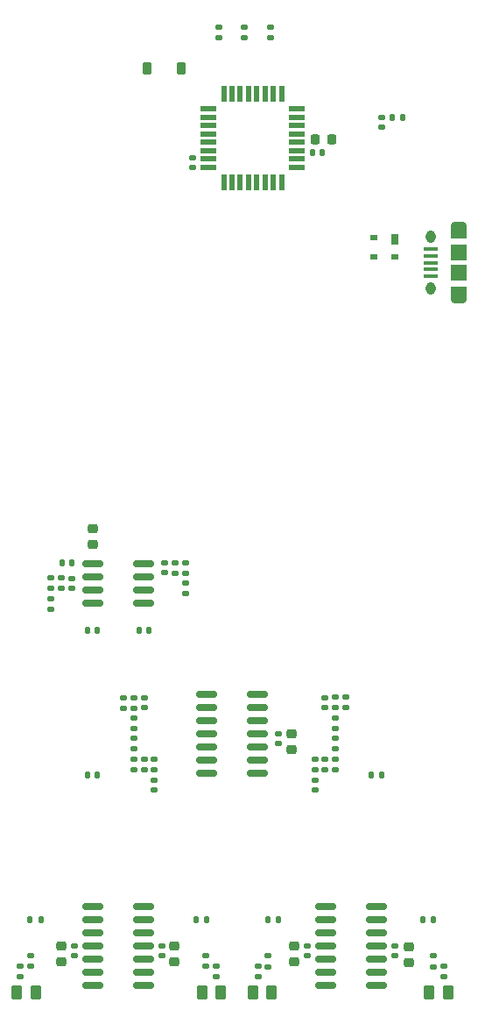
<source format=gbr>
%TF.GenerationSoftware,KiCad,Pcbnew,7.0.2*%
%TF.CreationDate,2025-01-10T16:25:51-06:00*%
%TF.ProjectId,gateDr_mainboard,67617465-4472-45f6-9d61-696e626f6172,rev?*%
%TF.SameCoordinates,Original*%
%TF.FileFunction,Paste,Bot*%
%TF.FilePolarity,Positive*%
%FSLAX46Y46*%
G04 Gerber Fmt 4.6, Leading zero omitted, Abs format (unit mm)*
G04 Created by KiCad (PCBNEW 7.0.2) date 2025-01-10 16:25:51*
%MOMM*%
%LPD*%
G01*
G04 APERTURE LIST*
G04 Aperture macros list*
%AMRoundRect*
0 Rectangle with rounded corners*
0 $1 Rounding radius*
0 $2 $3 $4 $5 $6 $7 $8 $9 X,Y pos of 4 corners*
0 Add a 4 corners polygon primitive as box body*
4,1,4,$2,$3,$4,$5,$6,$7,$8,$9,$2,$3,0*
0 Add four circle primitives for the rounded corners*
1,1,$1+$1,$2,$3*
1,1,$1+$1,$4,$5*
1,1,$1+$1,$6,$7*
1,1,$1+$1,$8,$9*
0 Add four rect primitives between the rounded corners*
20,1,$1+$1,$2,$3,$4,$5,0*
20,1,$1+$1,$4,$5,$6,$7,0*
20,1,$1+$1,$6,$7,$8,$9,0*
20,1,$1+$1,$8,$9,$2,$3,0*%
G04 Aperture macros list end*
%ADD10RoundRect,0.135000X0.185000X-0.135000X0.185000X0.135000X-0.185000X0.135000X-0.185000X-0.135000X0*%
%ADD11RoundRect,0.135000X-0.185000X0.135000X-0.185000X-0.135000X0.185000X-0.135000X0.185000X0.135000X0*%
%ADD12RoundRect,0.140000X-0.140000X-0.170000X0.140000X-0.170000X0.140000X0.170000X-0.140000X0.170000X0*%
%ADD13RoundRect,0.250000X0.262500X0.450000X-0.262500X0.450000X-0.262500X-0.450000X0.262500X-0.450000X0*%
%ADD14RoundRect,0.225000X0.250000X-0.225000X0.250000X0.225000X-0.250000X0.225000X-0.250000X-0.225000X0*%
%ADD15RoundRect,0.140000X0.170000X-0.140000X0.170000X0.140000X-0.170000X0.140000X-0.170000X-0.140000X0*%
%ADD16O,1.550000X0.890000*%
%ADD17O,0.950000X1.250000*%
%ADD18R,1.350000X0.400000*%
%ADD19R,1.550000X1.200000*%
%ADD20R,1.550000X1.500000*%
%ADD21RoundRect,0.140000X-0.170000X0.140000X-0.170000X-0.140000X0.170000X-0.140000X0.170000X0.140000X0*%
%ADD22RoundRect,0.135000X0.135000X0.185000X-0.135000X0.185000X-0.135000X-0.185000X0.135000X-0.185000X0*%
%ADD23RoundRect,0.140000X0.140000X0.170000X-0.140000X0.170000X-0.140000X-0.170000X0.140000X-0.170000X0*%
%ADD24RoundRect,0.150000X0.825000X0.150000X-0.825000X0.150000X-0.825000X-0.150000X0.825000X-0.150000X0*%
%ADD25RoundRect,0.225000X-0.225000X-0.250000X0.225000X-0.250000X0.225000X0.250000X-0.225000X0.250000X0*%
%ADD26RoundRect,0.135000X-0.135000X-0.185000X0.135000X-0.185000X0.135000X0.185000X-0.135000X0.185000X0*%
%ADD27RoundRect,0.250000X-0.262500X-0.450000X0.262500X-0.450000X0.262500X0.450000X-0.262500X0.450000X0*%
%ADD28RoundRect,0.225000X-0.250000X0.225000X-0.250000X-0.225000X0.250000X-0.225000X0.250000X0.225000X0*%
%ADD29R,0.700000X1.000000*%
%ADD30R,0.700000X0.600000*%
%ADD31RoundRect,0.225000X-0.225000X-0.375000X0.225000X-0.375000X0.225000X0.375000X-0.225000X0.375000X0*%
%ADD32R,0.550000X1.600000*%
%ADD33R,1.600000X0.550000*%
G04 APERTURE END LIST*
D10*
%TO.C,R19*%
X69540000Y-124730000D03*
X69540000Y-123710000D03*
%TD*%
D11*
%TO.C,R32*%
X94540000Y-161710000D03*
X94540000Y-162730000D03*
%TD*%
D12*
%TO.C,C22*%
X61060000Y-130220000D03*
X62020000Y-130220000D03*
%TD*%
D10*
%TO.C,R37*%
X78750000Y-73010000D03*
X78750000Y-71990000D03*
%TD*%
%TO.C,R4*%
X65540000Y-139760000D03*
X65540000Y-138740000D03*
%TD*%
%TO.C,R9*%
X83040000Y-143750000D03*
X83040000Y-142730000D03*
%TD*%
D13*
%TO.C,R35*%
X95952500Y-165220000D03*
X94127500Y-165220000D03*
%TD*%
D10*
%TO.C,R16*%
X58540000Y-126230000D03*
X58540000Y-125210000D03*
%TD*%
D14*
%TO.C,C35*%
X81050000Y-162300000D03*
X81050000Y-160750000D03*
%TD*%
D11*
%TO.C,R5*%
X65540000Y-140710000D03*
X65540000Y-141730000D03*
%TD*%
D15*
%TO.C,C2*%
X71250000Y-85550000D03*
X71250000Y-84590000D03*
%TD*%
D16*
%TO.C,J14*%
X96950000Y-91250000D03*
D17*
X94250000Y-92250000D03*
X94250000Y-97250000D03*
D16*
X96950000Y-98250000D03*
D18*
X94250000Y-93450000D03*
X94250000Y-94100000D03*
X94250000Y-94750000D03*
X94250000Y-95400000D03*
X94250000Y-96050000D03*
D19*
X96950000Y-91850000D03*
D20*
X96950000Y-93750000D03*
X96950000Y-95750000D03*
D19*
X96950000Y-97650000D03*
%TD*%
D11*
%TO.C,R7*%
X65540000Y-142720000D03*
X65540000Y-143740000D03*
%TD*%
D21*
%TO.C,C20*%
X79540000Y-140240000D03*
X79540000Y-141200000D03*
%TD*%
D10*
%TO.C,R39*%
X73750000Y-73010000D03*
X73750000Y-71990000D03*
%TD*%
D21*
%TO.C,C16*%
X83040000Y-144740000D03*
X83040000Y-145700000D03*
%TD*%
D15*
%TO.C,C19*%
X84040000Y-137700000D03*
X84040000Y-136740000D03*
%TD*%
D14*
%TO.C,C31*%
X58550000Y-162275000D03*
X58550000Y-160725000D03*
%TD*%
D21*
%TO.C,C15*%
X66540000Y-142720000D03*
X66540000Y-143680000D03*
%TD*%
D13*
%TO.C,R27*%
X73952500Y-165220000D03*
X72127500Y-165220000D03*
%TD*%
D11*
%TO.C,R17*%
X70540000Y-123710000D03*
X70540000Y-124730000D03*
%TD*%
D15*
%TO.C,C25*%
X68540000Y-124700000D03*
X68540000Y-123740000D03*
%TD*%
%TO.C,C12*%
X66540000Y-137730000D03*
X66540000Y-136770000D03*
%TD*%
D21*
%TO.C,C28*%
X68250000Y-160720000D03*
X68250000Y-161680000D03*
%TD*%
D15*
%TO.C,C23*%
X59540000Y-126200000D03*
X59540000Y-125240000D03*
%TD*%
D10*
%TO.C,R2*%
X65540000Y-137760000D03*
X65540000Y-136740000D03*
%TD*%
D22*
%TO.C,R26*%
X72550000Y-158220000D03*
X71530000Y-158220000D03*
%TD*%
D11*
%TO.C,R21*%
X55540000Y-161700000D03*
X55540000Y-162720000D03*
%TD*%
D21*
%TO.C,C14*%
X67540000Y-144740000D03*
X67540000Y-145700000D03*
%TD*%
D15*
%TO.C,C33*%
X82350000Y-161680000D03*
X82350000Y-160720000D03*
%TD*%
D23*
%TO.C,C26*%
X59540000Y-123720000D03*
X58580000Y-123720000D03*
%TD*%
D24*
%TO.C,U5*%
X66515000Y-123815000D03*
X66515000Y-125085000D03*
X66515000Y-126355000D03*
X66515000Y-127625000D03*
X61565000Y-127625000D03*
X61565000Y-126355000D03*
X61565000Y-125085000D03*
X61565000Y-123815000D03*
%TD*%
D25*
%TO.C,C1*%
X83100000Y-82850000D03*
X84650000Y-82850000D03*
%TD*%
D12*
%TO.C,C13*%
X61060000Y-144220000D03*
X62020000Y-144220000D03*
%TD*%
D11*
%TO.C,R20*%
X54540000Y-162710000D03*
X54540000Y-163730000D03*
%TD*%
D15*
%TO.C,C30*%
X59800000Y-161680000D03*
X59800000Y-160720000D03*
%TD*%
D26*
%TO.C,R30*%
X78530000Y-158220000D03*
X79550000Y-158220000D03*
%TD*%
D21*
%TO.C,C36*%
X89550000Y-80720000D03*
X89550000Y-81680000D03*
%TD*%
D10*
%TO.C,R13*%
X85040000Y-137730000D03*
X85040000Y-136710000D03*
%TD*%
D27*
%TO.C,R31*%
X77040000Y-165220000D03*
X78865000Y-165220000D03*
%TD*%
D24*
%TO.C,U7*%
X89015000Y-156910000D03*
X89015000Y-158180000D03*
X89015000Y-159450000D03*
X89015000Y-160720000D03*
X89015000Y-161990000D03*
X89015000Y-163260000D03*
X89015000Y-164530000D03*
X84065000Y-164530000D03*
X84065000Y-163260000D03*
X84065000Y-161990000D03*
X84065000Y-160720000D03*
X84065000Y-159450000D03*
X84065000Y-158180000D03*
X84065000Y-156910000D03*
%TD*%
D11*
%TO.C,R14*%
X57540000Y-125210000D03*
X57540000Y-126230000D03*
%TD*%
%TO.C,R12*%
X86040000Y-136710000D03*
X86040000Y-137730000D03*
%TD*%
D26*
%TO.C,R22*%
X55520000Y-158220000D03*
X56540000Y-158220000D03*
%TD*%
D12*
%TO.C,C3*%
X82840000Y-84100000D03*
X83800000Y-84100000D03*
%TD*%
D22*
%TO.C,R34*%
X94550000Y-158220000D03*
X93530000Y-158220000D03*
%TD*%
D11*
%TO.C,R10*%
X85040000Y-142710000D03*
X85040000Y-143730000D03*
%TD*%
D23*
%TO.C,C18*%
X89500000Y-144220000D03*
X88540000Y-144220000D03*
%TD*%
D24*
%TO.C,U4*%
X77515000Y-136410000D03*
X77515000Y-137680000D03*
X77515000Y-138950000D03*
X77515000Y-140220000D03*
X77515000Y-141490000D03*
X77515000Y-142760000D03*
X77515000Y-144030000D03*
X72565000Y-144030000D03*
X72565000Y-142760000D03*
X72565000Y-141490000D03*
X72565000Y-140220000D03*
X72565000Y-138950000D03*
X72565000Y-137680000D03*
X72565000Y-136410000D03*
%TD*%
D21*
%TO.C,C17*%
X84040000Y-142740000D03*
X84040000Y-143700000D03*
%TD*%
%TO.C,C32*%
X90800000Y-160720000D03*
X90800000Y-161680000D03*
%TD*%
D10*
%TO.C,R15*%
X57540000Y-128230000D03*
X57540000Y-127210000D03*
%TD*%
D11*
%TO.C,R33*%
X95540000Y-162710000D03*
X95540000Y-163730000D03*
%TD*%
%TO.C,R28*%
X78540000Y-161710000D03*
X78540000Y-162730000D03*
%TD*%
D23*
%TO.C,C24*%
X67020000Y-130220000D03*
X66060000Y-130220000D03*
%TD*%
D14*
%TO.C,C27*%
X61550000Y-121950000D03*
X61550000Y-120400000D03*
%TD*%
D11*
%TO.C,R24*%
X72540000Y-161700000D03*
X72540000Y-162720000D03*
%TD*%
D10*
%TO.C,R18*%
X70540000Y-126730000D03*
X70540000Y-125710000D03*
%TD*%
%TO.C,R38*%
X76250000Y-73010000D03*
X76250000Y-71990000D03*
%TD*%
%TO.C,R6*%
X67540000Y-143720000D03*
X67540000Y-142700000D03*
%TD*%
D22*
%TO.C,R36*%
X91540000Y-80720000D03*
X90520000Y-80720000D03*
%TD*%
D28*
%TO.C,C29*%
X69450000Y-160700000D03*
X69450000Y-162250000D03*
%TD*%
D11*
%TO.C,R25*%
X73540000Y-162710000D03*
X73540000Y-163730000D03*
%TD*%
%TO.C,R3*%
X64540000Y-136740000D03*
X64540000Y-137760000D03*
%TD*%
%TO.C,R29*%
X77540000Y-162710000D03*
X77540000Y-163730000D03*
%TD*%
D28*
%TO.C,C34*%
X92150000Y-160825000D03*
X92150000Y-162375000D03*
%TD*%
D29*
%TO.C,D7*%
X90750000Y-92500000D03*
D30*
X90750000Y-94200000D03*
X88750000Y-94200000D03*
X88750000Y-92300000D03*
%TD*%
D24*
%TO.C,U6*%
X66515000Y-156910000D03*
X66515000Y-158180000D03*
X66515000Y-159450000D03*
X66515000Y-160720000D03*
X66515000Y-161990000D03*
X66515000Y-163260000D03*
X66515000Y-164530000D03*
X61565000Y-164530000D03*
X61565000Y-163260000D03*
X61565000Y-161990000D03*
X61565000Y-160720000D03*
X61565000Y-159450000D03*
X61565000Y-158180000D03*
X61565000Y-156910000D03*
%TD*%
D31*
%TO.C,D8*%
X66850000Y-76000000D03*
X70150000Y-76000000D03*
%TD*%
D11*
%TO.C,R8*%
X85040000Y-140700000D03*
X85040000Y-141720000D03*
%TD*%
D27*
%TO.C,R23*%
X54215000Y-165220000D03*
X56040000Y-165220000D03*
%TD*%
D10*
%TO.C,R11*%
X85040000Y-139730000D03*
X85040000Y-138710000D03*
%TD*%
D32*
%TO.C,U8*%
X79840000Y-86970000D03*
X79040000Y-86970000D03*
X78240000Y-86970000D03*
X77440000Y-86970000D03*
X76640000Y-86970000D03*
X75840000Y-86970000D03*
X75040000Y-86970000D03*
X74240000Y-86970000D03*
D33*
X72790000Y-85520000D03*
X72790000Y-84720000D03*
X72790000Y-83920000D03*
X72790000Y-83120000D03*
X72790000Y-82320000D03*
X72790000Y-81520000D03*
X72790000Y-80720000D03*
X72790000Y-79920000D03*
D32*
X74240000Y-78470000D03*
X75040000Y-78470000D03*
X75840000Y-78470000D03*
X76640000Y-78470000D03*
X77440000Y-78470000D03*
X78240000Y-78470000D03*
X79040000Y-78470000D03*
X79840000Y-78470000D03*
D33*
X81290000Y-79920000D03*
X81290000Y-80720000D03*
X81290000Y-81520000D03*
X81290000Y-82320000D03*
X81290000Y-83120000D03*
X81290000Y-83920000D03*
X81290000Y-84720000D03*
X81290000Y-85520000D03*
%TD*%
D28*
%TO.C,C21*%
X80800000Y-140225000D03*
X80800000Y-141775000D03*
%TD*%
M02*

</source>
